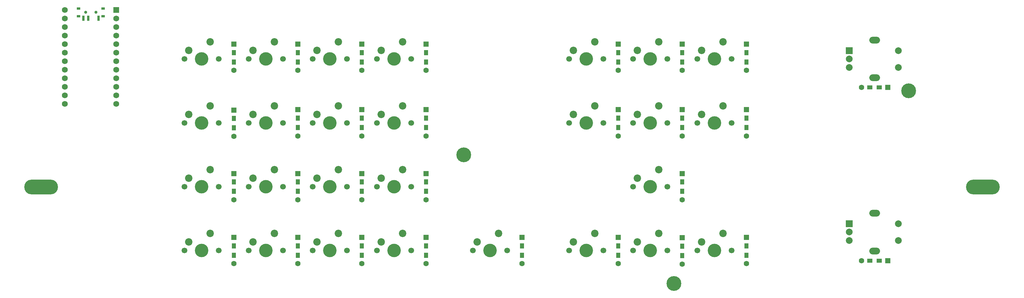
<source format=gts>
G04 #@! TF.GenerationSoftware,KiCad,Pcbnew,(6.0.7-1)-1*
G04 #@! TF.CreationDate,2022-10-11T23:10:25+02:00*
G04 #@! TF.ProjectId,yts-pcb,7974732d-7063-4622-9e6b-696361645f70,rev?*
G04 #@! TF.SameCoordinates,Original*
G04 #@! TF.FileFunction,Soldermask,Top*
G04 #@! TF.FilePolarity,Negative*
%FSLAX46Y46*%
G04 Gerber Fmt 4.6, Leading zero omitted, Abs format (unit mm)*
G04 Created by KiCad (PCBNEW (6.0.7-1)-1) date 2022-10-11 23:10:25*
%MOMM*%
%LPD*%
G01*
G04 APERTURE LIST*
%ADD10C,1.700000*%
%ADD11C,4.000000*%
%ADD12C,2.200000*%
%ADD13O,3.200000X2.000000*%
%ADD14R,2.000000X2.000000*%
%ADD15C,2.000000*%
%ADD16C,4.400000*%
%ADD17O,10.000000X4.400000*%
%ADD18C,0.900000*%
%ADD19R,1.000000X0.800000*%
%ADD20R,0.700000X1.500000*%
%ADD21R,1.600000X1.200000*%
%ADD22R,1.600000X1.600000*%
%ADD23C,1.600000*%
%ADD24R,1.200000X1.600000*%
%ADD25R,1.752600X1.752600*%
%ADD26C,1.752600*%
G04 APERTURE END LIST*
D10*
X145397958Y-125700000D03*
D11*
X150477958Y-125700000D03*
D10*
X155557958Y-125700000D03*
D12*
X153017958Y-120620000D03*
X146667958Y-123160000D03*
D11*
X112477958Y-125700000D03*
D10*
X107397958Y-125700000D03*
X117557958Y-125700000D03*
D12*
X115017958Y-120620000D03*
X108667958Y-123160000D03*
D13*
X312000000Y-152600000D03*
X312000000Y-163800000D03*
D14*
X304500000Y-155700000D03*
D15*
X304500000Y-160700000D03*
X304500000Y-158200000D03*
X319000000Y-160700000D03*
X319000000Y-155700000D03*
D10*
X126397958Y-106700000D03*
D11*
X131477958Y-106700000D03*
D10*
X136557958Y-106700000D03*
D12*
X134017958Y-101620000D03*
X127667958Y-104160000D03*
D10*
X164397958Y-106700000D03*
D11*
X169477958Y-106700000D03*
D10*
X174557958Y-106700000D03*
D12*
X172017958Y-101620000D03*
X165667958Y-104160000D03*
D16*
X252500000Y-173500000D03*
X322047959Y-116202042D03*
D10*
X174557958Y-163700000D03*
X164397958Y-163700000D03*
D11*
X169477958Y-163700000D03*
D12*
X172017958Y-158620000D03*
X165667958Y-161160000D03*
D10*
X145397958Y-163700000D03*
X155557958Y-163700000D03*
D11*
X150477958Y-163700000D03*
D12*
X153017958Y-158620000D03*
X146667958Y-161160000D03*
D11*
X150477958Y-144700000D03*
D10*
X145397958Y-144700000D03*
X155557958Y-144700000D03*
D12*
X153017958Y-139620000D03*
X146667958Y-142160000D03*
D10*
X145397958Y-106700000D03*
D11*
X150477958Y-106700000D03*
D10*
X155557958Y-106700000D03*
D12*
X153017958Y-101620000D03*
X146667958Y-104160000D03*
D11*
X112477958Y-163700000D03*
D10*
X107397958Y-163700000D03*
X117557958Y-163700000D03*
D12*
X115017958Y-158620000D03*
X108667958Y-161160000D03*
D10*
X174557958Y-125700000D03*
D11*
X169477958Y-125700000D03*
D10*
X164397958Y-125700000D03*
D12*
X172017958Y-120620000D03*
X165667958Y-123160000D03*
D11*
X169477958Y-144700000D03*
D10*
X174557958Y-144700000D03*
X164397958Y-144700000D03*
D12*
X172017958Y-139620000D03*
X165667958Y-142160000D03*
D10*
X126397958Y-144700000D03*
D11*
X131477958Y-144700000D03*
D10*
X136557958Y-144700000D03*
D12*
X134017958Y-139620000D03*
X127667958Y-142160000D03*
D11*
X264477958Y-163700000D03*
D10*
X269557958Y-163700000D03*
X259397958Y-163700000D03*
D12*
X267017958Y-158620000D03*
X260667958Y-161160000D03*
D10*
X231557958Y-106700000D03*
D11*
X226477958Y-106700000D03*
D10*
X221397958Y-106700000D03*
D12*
X229017958Y-101620000D03*
X222667958Y-104160000D03*
D10*
X107397958Y-144700000D03*
X117557958Y-144700000D03*
D11*
X112477958Y-144700000D03*
D12*
X115017958Y-139620000D03*
X108667958Y-142160000D03*
D17*
X344100000Y-144802042D03*
X64900000Y-144800000D03*
D11*
X264477958Y-125700000D03*
D10*
X259397958Y-125700000D03*
X269557958Y-125700000D03*
D12*
X267017958Y-120620000D03*
X260667958Y-123160000D03*
D10*
X250557958Y-163700000D03*
X240397958Y-163700000D03*
D11*
X245477958Y-163700000D03*
D12*
X248017958Y-158620000D03*
X241667958Y-161160000D03*
D10*
X240397958Y-144700000D03*
X250557958Y-144700000D03*
D11*
X245477958Y-144700000D03*
D12*
X248017958Y-139620000D03*
X241667958Y-142160000D03*
D10*
X250557958Y-106700000D03*
D11*
X245477958Y-106700000D03*
D10*
X240397958Y-106700000D03*
D12*
X248017958Y-101620000D03*
X241667958Y-104160000D03*
D13*
X312000000Y-112300000D03*
X312000000Y-101100000D03*
D14*
X304500000Y-104200000D03*
D15*
X304500000Y-109200000D03*
X304500000Y-106700000D03*
X319000000Y-109200000D03*
X319000000Y-104200000D03*
D11*
X264477958Y-106700000D03*
D10*
X269557958Y-106700000D03*
X259397958Y-106700000D03*
D12*
X267017958Y-101620000D03*
X260667958Y-104160000D03*
D10*
X192897958Y-163700000D03*
D11*
X197977958Y-163700000D03*
D10*
X203057958Y-163700000D03*
D12*
X200517958Y-158620000D03*
X194167958Y-161160000D03*
D10*
X126397958Y-163700000D03*
D11*
X131477958Y-163700000D03*
D10*
X136557958Y-163700000D03*
D12*
X134017958Y-158620000D03*
X127667958Y-161160000D03*
D10*
X126397958Y-125700000D03*
D11*
X131477958Y-125700000D03*
D10*
X136557958Y-125700000D03*
D12*
X134017958Y-120620000D03*
X127667958Y-123160000D03*
D10*
X231557958Y-125700000D03*
X221397958Y-125700000D03*
D11*
X226477958Y-125700000D03*
D12*
X229017958Y-120620000D03*
X222667958Y-123160000D03*
D10*
X107397958Y-106700000D03*
D11*
X112477958Y-106700000D03*
D10*
X117557958Y-106700000D03*
D12*
X115017958Y-101620000D03*
X108667958Y-104160000D03*
D16*
X190200000Y-135200000D03*
D10*
X250557958Y-125700000D03*
D11*
X245477958Y-125700000D03*
D10*
X240397958Y-125700000D03*
D12*
X248017958Y-120620000D03*
X241667958Y-123160000D03*
D18*
X81100000Y-92845000D03*
D19*
X83250000Y-91745000D03*
D18*
X78100000Y-92845000D03*
D19*
X75950000Y-93955000D03*
X75950000Y-91745000D03*
X83250000Y-93955000D03*
D20*
X81850000Y-94605000D03*
X78850000Y-94605000D03*
X77350000Y-94605000D03*
D10*
X221397958Y-163700000D03*
X231557958Y-163700000D03*
D11*
X226477958Y-163700000D03*
D12*
X229017958Y-158620000D03*
X222667958Y-161160000D03*
D21*
X313400000Y-115200000D03*
D22*
X315900000Y-115200000D03*
D21*
X310600000Y-115200000D03*
D23*
X308100000Y-115200000D03*
D24*
X235977958Y-162300000D03*
D22*
X235977958Y-159800000D03*
D24*
X235977958Y-165100000D03*
D23*
X235977958Y-167600000D03*
D24*
X140977958Y-162300000D03*
D22*
X140977958Y-159800000D03*
D23*
X140977958Y-167600000D03*
D24*
X140977958Y-165100000D03*
D22*
X178977958Y-140800000D03*
D24*
X178977958Y-143300000D03*
D23*
X178977958Y-148600000D03*
D24*
X178977958Y-146100000D03*
X121977958Y-104800000D03*
D22*
X121977958Y-102300000D03*
D23*
X121977958Y-110100000D03*
D24*
X121977958Y-107600000D03*
D22*
X159977958Y-140800000D03*
D24*
X159977958Y-143300000D03*
D23*
X159977958Y-148600000D03*
D24*
X159977958Y-146100000D03*
X273977958Y-124300000D03*
D22*
X273977958Y-121800000D03*
D24*
X273977958Y-127100000D03*
D23*
X273977958Y-129600000D03*
D24*
X121977958Y-143300000D03*
D22*
X121977958Y-140800000D03*
D24*
X121977958Y-146100000D03*
D23*
X121977958Y-148600000D03*
D24*
X235977958Y-104800000D03*
D22*
X235977958Y-102300000D03*
D23*
X235977958Y-110100000D03*
D24*
X235977958Y-107600000D03*
X178977958Y-104800000D03*
D22*
X178977958Y-102300000D03*
D24*
X178977958Y-107600000D03*
D23*
X178977958Y-110100000D03*
D21*
X313400000Y-166700000D03*
D22*
X315900000Y-166700000D03*
D23*
X308100000Y-166700000D03*
D21*
X310600000Y-166700000D03*
D22*
X254977958Y-140800000D03*
D24*
X254977958Y-143300000D03*
D23*
X254977958Y-148600000D03*
D24*
X254977958Y-146100000D03*
D22*
X140977958Y-121800000D03*
D24*
X140977958Y-124300000D03*
X140977958Y-127100000D03*
D23*
X140977958Y-129600000D03*
D22*
X159977958Y-159800000D03*
D24*
X159977958Y-162300000D03*
D23*
X159977958Y-167600000D03*
D24*
X159977958Y-165100000D03*
X121977958Y-162300000D03*
D22*
X121977958Y-159800000D03*
D23*
X121977958Y-167600000D03*
D24*
X121977958Y-165100000D03*
D22*
X273977958Y-159800000D03*
D24*
X273977958Y-162300000D03*
D23*
X273977958Y-167600000D03*
D24*
X273977958Y-165100000D03*
D22*
X178977958Y-159800000D03*
D24*
X178977958Y-162300000D03*
X178977958Y-165100000D03*
D23*
X178977958Y-167600000D03*
D24*
X140977958Y-143300000D03*
D22*
X140977958Y-140800000D03*
D23*
X140977958Y-148600000D03*
D24*
X140977958Y-146100000D03*
D25*
X87120000Y-92130000D03*
D26*
X87120000Y-94670000D03*
X87120000Y-97210000D03*
X87120000Y-99750000D03*
X87120000Y-102290000D03*
X87120000Y-104830000D03*
X87120000Y-107370000D03*
X87120000Y-109910000D03*
X87120000Y-112450000D03*
X87120000Y-114990000D03*
X87120000Y-117530000D03*
X87120000Y-120070000D03*
X71880000Y-120070000D03*
X71880000Y-117530000D03*
X71880000Y-114990000D03*
X71880000Y-112450000D03*
X71880000Y-109910000D03*
X71880000Y-107370000D03*
X71880000Y-104830000D03*
X71880000Y-102290000D03*
X71880000Y-99750000D03*
X71880000Y-97210000D03*
X71880000Y-94670000D03*
X71880000Y-92130000D03*
D22*
X254977958Y-102300000D03*
D24*
X254977958Y-104800000D03*
D23*
X254977958Y-110100000D03*
D24*
X254977958Y-107600000D03*
D22*
X235977958Y-121800000D03*
D24*
X235977958Y-124300000D03*
D23*
X235977958Y-129600000D03*
D24*
X235977958Y-127100000D03*
X121977958Y-124400000D03*
D22*
X121977958Y-121900000D03*
D23*
X121977958Y-129700000D03*
D24*
X121977958Y-127200000D03*
X159977958Y-104800000D03*
D22*
X159977958Y-102300000D03*
D24*
X159977958Y-107600000D03*
D23*
X159977958Y-110100000D03*
D22*
X274000000Y-102300000D03*
D24*
X274000000Y-104800000D03*
D23*
X274000000Y-110100000D03*
D24*
X274000000Y-107600000D03*
X207477958Y-162300000D03*
D22*
X207477958Y-159800000D03*
D24*
X207477958Y-165100000D03*
D23*
X207477958Y-167600000D03*
D22*
X178977958Y-121800000D03*
D24*
X178977958Y-124300000D03*
D23*
X178977958Y-129600000D03*
D24*
X178977958Y-127100000D03*
X159977958Y-124300000D03*
D22*
X159977958Y-121800000D03*
D24*
X159977958Y-127100000D03*
D23*
X159977958Y-129600000D03*
D24*
X254977958Y-162400000D03*
D22*
X254977958Y-159900000D03*
D23*
X254977958Y-167700000D03*
D24*
X254977958Y-165200000D03*
X254977958Y-124300000D03*
D22*
X254977958Y-121800000D03*
D24*
X254977958Y-127100000D03*
D23*
X254977958Y-129600000D03*
D24*
X141000000Y-104800000D03*
D22*
X141000000Y-102300000D03*
D23*
X141000000Y-110100000D03*
D24*
X141000000Y-107600000D03*
M02*

</source>
